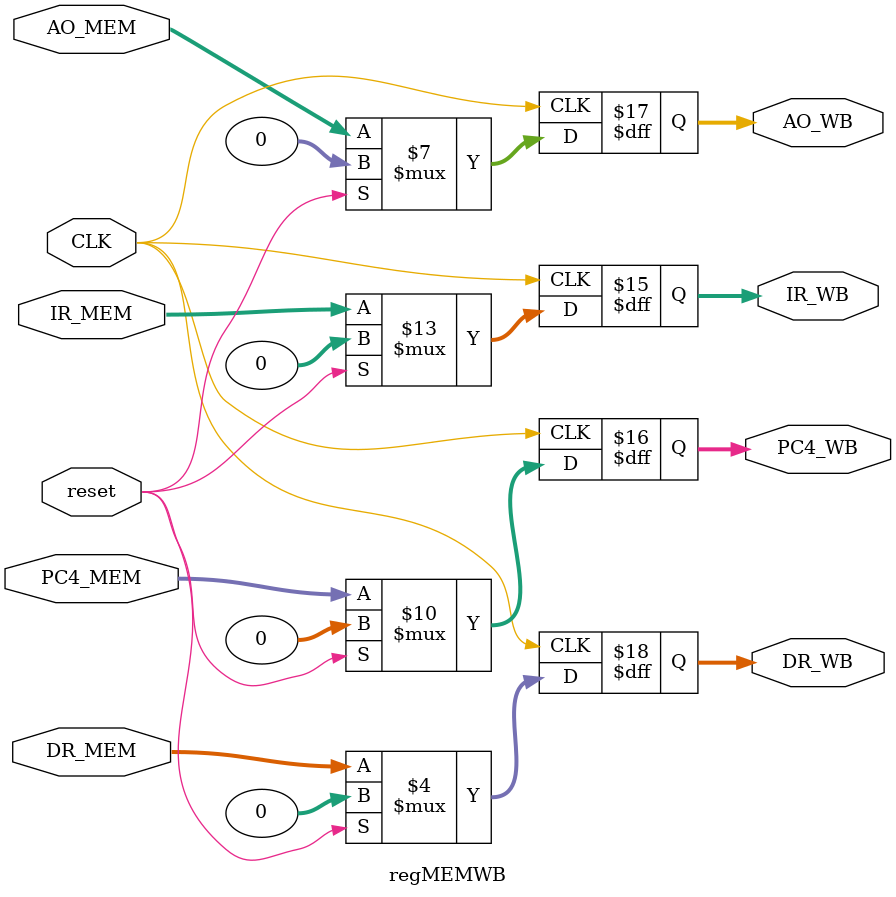
<source format=v>
`timescale 1ns / 1ps
module regMEMWB(
    input CLK,
	input reset,
    input [31:0] IR_MEM,
    input [31:0] PC4_MEM,
    input [31:0] AO_MEM,
    input [31:0] DR_MEM,
    output reg [31:0] IR_WB,
    output reg [31:0] PC4_WB,
    output reg [31 :0] AO_WB,
    output reg [31:0] DR_WB
    );
	 // �Ĵ�����ʼ��
	 initial begin
		IR_WB = 0;
		PC4_WB = 0;
		AO_WB=0;
		DR_WB = 0 ;
	 end
	 
	 // �����ظ��¼Ĵ���ֵ
	always @(posedge CLK)begin
		if(reset)begin
			IR_WB <= 0;
			PC4_WB <= 0;
			AO_WB <= 0;
			DR_WB <= 0 ;
		end else begin
			IR_WB <= IR_MEM;
			PC4_WB <= PC4_MEM;
			AO_WB <= AO_MEM;
			DR_WB <= DR_MEM;
		end

	end

endmodule

</source>
